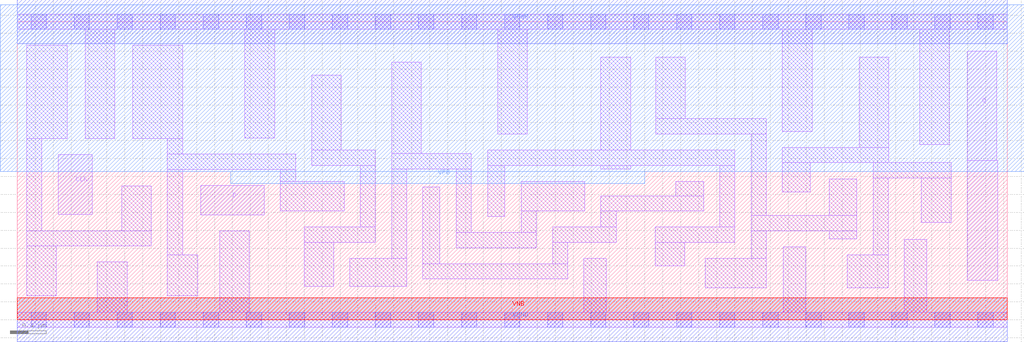
<source format=lef>
# Copyright 2020 The SkyWater PDK Authors
#
# Licensed under the Apache License, Version 2.0 (the "License");
# you may not use this file except in compliance with the License.
# You may obtain a copy of the License at
#
#     https://www.apache.org/licenses/LICENSE-2.0
#
# Unless required by applicable law or agreed to in writing, software
# distributed under the License is distributed on an "AS IS" BASIS,
# WITHOUT WARRANTIES OR CONDITIONS OF ANY KIND, either express or implied.
# See the License for the specific language governing permissions and
# limitations under the License.
#
# SPDX-License-Identifier: Apache-2.0

VERSION 5.7 ;
  NOWIREEXTENSIONATPIN ON ;
  DIVIDERCHAR "/" ;
  BUSBITCHARS "[]" ;
MACRO sky130_fd_sc_lp__dfxtp_lp
  CLASS CORE ;
  FOREIGN sky130_fd_sc_lp__dfxtp_lp ;
  ORIGIN  0.000000  0.000000 ;
  SIZE  11.04000 BY  3.330000 ;
  SYMMETRY X Y R90 ;
  SITE unit ;
  PIN D
    ANTENNAGATEAREA  0.376000 ;
    DIRECTION INPUT ;
    USE SIGNAL ;
    PORT
      LAYER li1 ;
        RECT 2.045000 1.170000 2.755000 1.500000 ;
    END
  END D
  PIN Q
    ANTENNADIFFAREA  0.400500 ;
    DIRECTION OUTPUT ;
    USE SIGNAL ;
    PORT
      LAYER li1 ;
        RECT 10.595000 0.440000 10.935000 1.780000 ;
        RECT 10.595000 1.780000 10.925000 3.000000 ;
    END
  END Q
  PIN CLK
    ANTENNAGATEAREA  0.376000 ;
    DIRECTION INPUT ;
    USE CLOCK ;
    PORT
      LAYER li1 ;
        RECT 0.455000 1.175000 0.835000 1.845000 ;
    END
  END CLK
  PIN VGND
    DIRECTION INOUT ;
    USE GROUND ;
    PORT
      LAYER met1 ;
        RECT 0.000000 -0.245000 11.040000 0.245000 ;
    END
  END VGND
  PIN VNB
    DIRECTION INOUT ;
    USE GROUND ;
    PORT
      LAYER pwell ;
        RECT 0.000000 0.000000 11.040000 0.245000 ;
    END
  END VNB
  PIN VPB
    DIRECTION INOUT ;
    USE POWER ;
    PORT
      LAYER nwell ;
        RECT -0.190000 1.655000 11.230000 3.520000 ;
        RECT  2.380000 1.525000  7.000000 1.655000 ;
    END
  END VPB
  PIN VPWR
    DIRECTION INOUT ;
    USE POWER ;
    PORT
      LAYER met1 ;
        RECT 0.000000 3.085000 11.040000 3.575000 ;
    END
  END VPWR
  OBS
    LAYER li1 ;
      RECT  0.000000 -0.085000 11.040000 0.085000 ;
      RECT  0.000000  3.245000 11.040000 3.415000 ;
      RECT  0.105000  0.265000  0.435000 0.825000 ;
      RECT  0.105000  0.825000  1.495000 0.995000 ;
      RECT  0.105000  0.995000  0.275000 2.025000 ;
      RECT  0.105000  2.025000  0.560000 3.065000 ;
      RECT  0.760000  2.025000  1.090000 3.245000 ;
      RECT  0.895000  0.085000  1.225000 0.645000 ;
      RECT  1.165000  0.995000  1.495000 1.495000 ;
      RECT  1.290000  2.025000  1.845000 3.065000 ;
      RECT  1.675000  0.265000  2.015000 0.725000 ;
      RECT  1.675000  0.725000  1.845000 1.680000 ;
      RECT  1.675000  1.680000  3.105000 1.850000 ;
      RECT  1.675000  1.850000  1.845000 2.025000 ;
      RECT  2.260000  0.085000  2.590000 0.990000 ;
      RECT  2.540000  2.030000  2.870000 3.245000 ;
      RECT  2.935000  1.215000  3.645000 1.545000 ;
      RECT  2.935000  1.545000  3.105000 1.680000 ;
      RECT  3.200000  0.375000  3.530000 0.865000 ;
      RECT  3.200000  0.865000  3.995000 1.035000 ;
      RECT  3.285000  1.725000  3.995000 1.895000 ;
      RECT  3.285000  1.895000  3.615000 2.730000 ;
      RECT  3.710000  0.375000  4.345000 0.685000 ;
      RECT  3.825000  1.035000  3.995000 1.725000 ;
      RECT  4.175000  0.685000  4.345000 1.685000 ;
      RECT  4.175000  1.685000  5.065000 1.855000 ;
      RECT  4.175000  1.855000  4.505000 2.875000 ;
      RECT  4.525000  0.455000  6.140000 0.625000 ;
      RECT  4.525000  0.625000  4.715000 1.485000 ;
      RECT  4.895000  0.805000  5.790000 0.975000 ;
      RECT  4.895000  0.975000  5.065000 1.685000 ;
      RECT  5.245000  1.155000  5.440000 1.725000 ;
      RECT  5.245000  1.725000  8.005000 1.895000 ;
      RECT  5.360000  2.075000  5.690000 3.245000 ;
      RECT  5.620000  0.975000  5.790000 1.215000 ;
      RECT  5.620000  1.215000  6.330000 1.545000 ;
      RECT  5.970000  0.625000  6.140000 0.865000 ;
      RECT  5.970000  0.865000  6.680000 1.035000 ;
      RECT  6.320000  0.085000  6.570000 0.685000 ;
      RECT  6.510000  1.035000  6.680000 1.215000 ;
      RECT  6.510000  1.215000  7.655000 1.385000 ;
      RECT  6.510000  1.685000  6.840000 1.725000 ;
      RECT  6.510000  1.895000  6.840000 2.935000 ;
      RECT  7.115000  0.605000  7.445000 0.865000 ;
      RECT  7.115000  0.865000  8.005000 1.035000 ;
      RECT  7.120000  2.075000  8.355000 2.245000 ;
      RECT  7.120000  2.245000  7.450000 2.935000 ;
      RECT  7.345000  1.385000  7.655000 1.545000 ;
      RECT  7.675000  0.355000  8.355000 0.685000 ;
      RECT  7.835000  1.035000  8.005000 1.725000 ;
      RECT  8.185000  0.685000  8.355000 0.995000 ;
      RECT  8.185000  0.995000  9.365000 1.165000 ;
      RECT  8.185000  1.165000  8.355000 2.075000 ;
      RECT  8.535000  1.425000  8.845000 1.755000 ;
      RECT  8.535000  1.755000  9.720000 1.925000 ;
      RECT  8.535000  2.105000  8.865000 3.245000 ;
      RECT  8.545000  0.085000  8.795000 0.815000 ;
      RECT  9.055000  0.905000  9.365000 0.995000 ;
      RECT  9.055000  1.165000  9.365000 1.575000 ;
      RECT  9.255000  0.355000  9.715000 0.725000 ;
      RECT  9.390000  1.925000  9.720000 2.935000 ;
      RECT  9.545000  0.725000  9.715000 1.585000 ;
      RECT  9.545000  1.585000 10.415000 1.755000 ;
      RECT  9.895000  0.085000 10.145000 0.900000 ;
      RECT 10.065000  1.960000 10.395000 3.245000 ;
      RECT 10.085000  1.085000 10.415000 1.585000 ;
    LAYER mcon ;
      RECT  0.155000 -0.085000  0.325000 0.085000 ;
      RECT  0.155000  3.245000  0.325000 3.415000 ;
      RECT  0.635000 -0.085000  0.805000 0.085000 ;
      RECT  0.635000  3.245000  0.805000 3.415000 ;
      RECT  1.115000 -0.085000  1.285000 0.085000 ;
      RECT  1.115000  3.245000  1.285000 3.415000 ;
      RECT  1.595000 -0.085000  1.765000 0.085000 ;
      RECT  1.595000  3.245000  1.765000 3.415000 ;
      RECT  2.075000 -0.085000  2.245000 0.085000 ;
      RECT  2.075000  3.245000  2.245000 3.415000 ;
      RECT  2.555000 -0.085000  2.725000 0.085000 ;
      RECT  2.555000  3.245000  2.725000 3.415000 ;
      RECT  3.035000 -0.085000  3.205000 0.085000 ;
      RECT  3.035000  3.245000  3.205000 3.415000 ;
      RECT  3.515000 -0.085000  3.685000 0.085000 ;
      RECT  3.515000  3.245000  3.685000 3.415000 ;
      RECT  3.995000 -0.085000  4.165000 0.085000 ;
      RECT  3.995000  3.245000  4.165000 3.415000 ;
      RECT  4.475000 -0.085000  4.645000 0.085000 ;
      RECT  4.475000  3.245000  4.645000 3.415000 ;
      RECT  4.955000 -0.085000  5.125000 0.085000 ;
      RECT  4.955000  3.245000  5.125000 3.415000 ;
      RECT  5.435000 -0.085000  5.605000 0.085000 ;
      RECT  5.435000  3.245000  5.605000 3.415000 ;
      RECT  5.915000 -0.085000  6.085000 0.085000 ;
      RECT  5.915000  3.245000  6.085000 3.415000 ;
      RECT  6.395000 -0.085000  6.565000 0.085000 ;
      RECT  6.395000  3.245000  6.565000 3.415000 ;
      RECT  6.875000 -0.085000  7.045000 0.085000 ;
      RECT  6.875000  3.245000  7.045000 3.415000 ;
      RECT  7.355000 -0.085000  7.525000 0.085000 ;
      RECT  7.355000  3.245000  7.525000 3.415000 ;
      RECT  7.835000 -0.085000  8.005000 0.085000 ;
      RECT  7.835000  3.245000  8.005000 3.415000 ;
      RECT  8.315000 -0.085000  8.485000 0.085000 ;
      RECT  8.315000  3.245000  8.485000 3.415000 ;
      RECT  8.795000 -0.085000  8.965000 0.085000 ;
      RECT  8.795000  3.245000  8.965000 3.415000 ;
      RECT  9.275000 -0.085000  9.445000 0.085000 ;
      RECT  9.275000  3.245000  9.445000 3.415000 ;
      RECT  9.755000 -0.085000  9.925000 0.085000 ;
      RECT  9.755000  3.245000  9.925000 3.415000 ;
      RECT 10.235000 -0.085000 10.405000 0.085000 ;
      RECT 10.235000  3.245000 10.405000 3.415000 ;
      RECT 10.715000 -0.085000 10.885000 0.085000 ;
      RECT 10.715000  3.245000 10.885000 3.415000 ;
  END
END sky130_fd_sc_lp__dfxtp_lp
END LIBRARY

</source>
